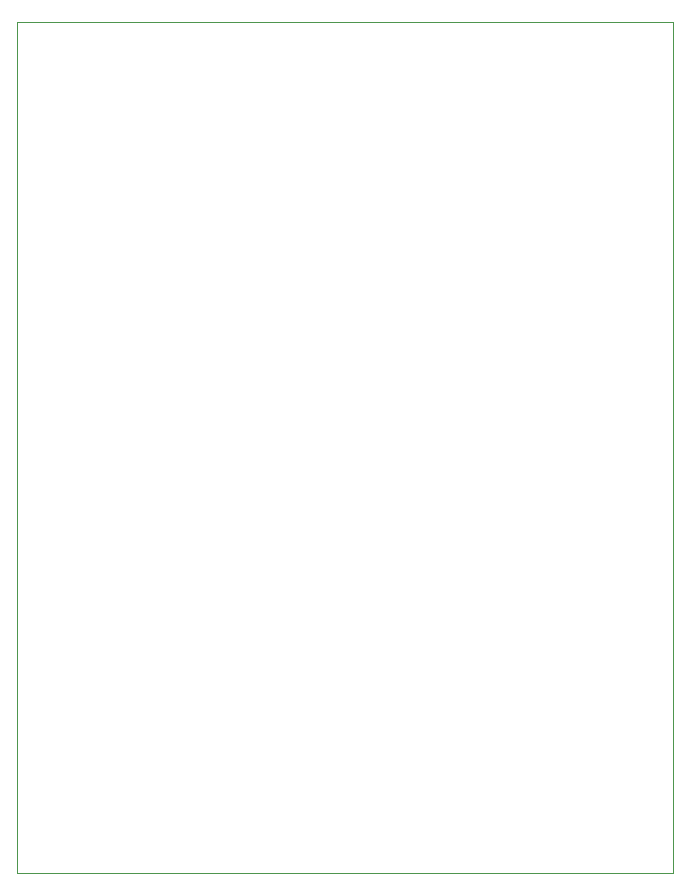
<source format=gbr>
%TF.GenerationSoftware,KiCad,Pcbnew,(6.0.7)*%
%TF.CreationDate,2023-01-18T16:47:16-05:00*%
%TF.ProjectId,Inductor Saturation Test,496e6475-6374-46f7-9220-536174757261,rev?*%
%TF.SameCoordinates,Original*%
%TF.FileFunction,Profile,NP*%
%FSLAX46Y46*%
G04 Gerber Fmt 4.6, Leading zero omitted, Abs format (unit mm)*
G04 Created by KiCad (PCBNEW (6.0.7)) date 2023-01-18 16:47:16*
%MOMM*%
%LPD*%
G01*
G04 APERTURE LIST*
%TA.AperFunction,Profile*%
%ADD10C,0.100000*%
%TD*%
G04 APERTURE END LIST*
D10*
X144018000Y-26352500D02*
X88519000Y-26352500D01*
X88519000Y-26352500D02*
X88519000Y-98425000D01*
X88519000Y-98425000D02*
X144018000Y-98425000D01*
X144018000Y-98425000D02*
X144018000Y-26352500D01*
M02*

</source>
